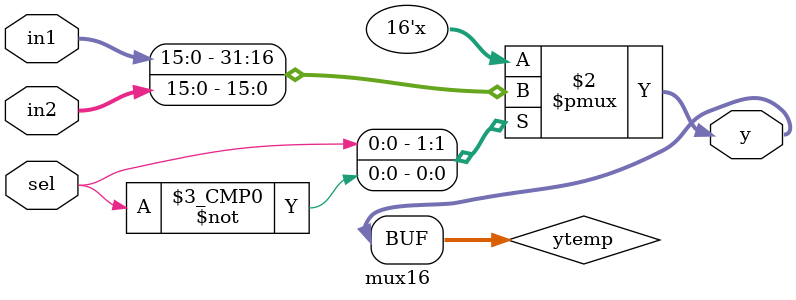
<source format=v>
`timescale 1ns / 1ps


module mux16(in1, in2, sel, y);
input [15:0] in1, in2;
input sel;
output [15:0] y;
reg [15:0] ytemp;
assign y = ytemp;
//assign y = (sel)?in1:in2;
always@(sel or in1 or in2)
begin
    case(sel)
        1'b1 : ytemp = in1;
        1'b0 : ytemp = in2;    
    endcase

end

endmodule

</source>
